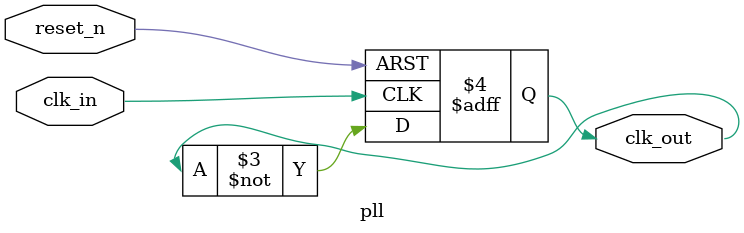
<source format=sv>
module pll (
    input  logic clk_in,    // Reloj principal 50 MHz
    input  logic reset_n,   // Reset activo-bajo
    output logic clk_out    // Reloj de píxel ~25 MHz
);
    always_ff @(posedge clk_in or negedge reset_n) begin
        if (!reset_n)
            clk_out <= 1'b0;
        else
            clk_out <= ~clk_out;
    end
endmodule

</source>
